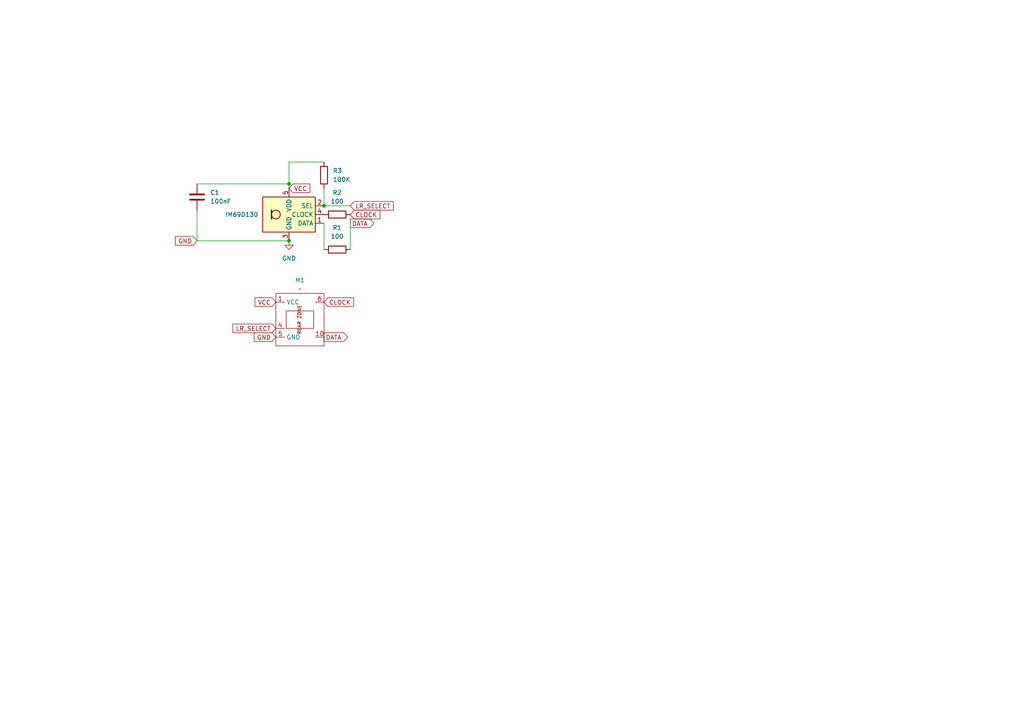
<source format=kicad_sch>
(kicad_sch (version 20250114) (generator "eeschema") (generator_version "9.0")
  (paper "A4")
  (lib_symbols
    (symbol "Device:C" (pin_numbers (hide yes)) (pin_names (offset 0.254))
      (property "Reference" "C" (at 0.635 2.54 0))
      (property "Value" "C" (at 0.635 -2.54 0))
      (symbol "C_0_1"
        (polyline (pts (xy -2.032 0.762) (xy 2.032 0.762)) (stroke (width 0.508)))
        (polyline (pts (xy -2.032 -0.762) (xy 2.032 -0.762)) (stroke (width 0.508)))
      )
      (symbol "C_1_1"
        (pin passive line (at 0 3.81 270) (length 2.794) (name "~") (number "1"))
        (pin passive line (at 0 -3.81 90) (length 2.794) (name "~") (number "2"))
      )
    )
    (symbol "Device:R" (pin_numbers (hide yes)) (pin_names (offset 0))
      (property "Reference" "R" (at 2.032 0 90))
      (property "Value" "R" (at 0 0 90))
      (symbol "R_0_1"
        (rectangle (start -1.016 -2.54) (end 1.016 2.54) (stroke (width 0.254)))
      )
      (symbol "R_1_1"
        (pin passive line (at 0 3.81 270) (length 1.27) (name "~") (number "1"))
        (pin passive line (at 0 -3.81 90) (length 1.27) (name "~") (number "2"))
      )
    )
    (symbol "MegaCastle:MegaCastle2x5-Module-I6.4x7.9-M9C4"
      (property "Reference" "M" (at 0 -10.16 0))
      (symbol "MegaCastle2x5-Module-I6.4x7.9-M9C4_0_1"
        (rectangle (start -6.35 7.62) (end 7.62 -7.62))
        (rectangle (start -3.35 2.54) (end 4.62 -2.54))
      )
      (symbol "MegaCastle2x5-Module-I6.4x7.9-M9C4_1_1"
        (text "REAR ZONE" (at 0.5 0 900) (effects (font (size 1 1))))
        (pin bidirectional line (at -6.35 5.08 0) (length 2.54) (name "VCC") (number "1"))
        (pin bidirectional line (at -6.35 -2.54 0) (length 2.54) (name "") (number "4"))
        (pin bidirectional line (at -6.35 -5.08 0) (length 2.54) (name "GND") (number "5"))
        (pin bidirectional line (at 7.62 5.08 180) (length 2.54) (name "") (number "6"))
        (pin bidirectional line (at 7.62 -5.08 180) (length 2.54) (name "") (number "10"))
      )
    )
    (symbol "Sensor_Audio:SPH0641LU4H-1"
      (property "Reference" "MK" (at 5.08 6.35 0))
      (property "Value" "SPH0641LU4H-1" (at 8.89 -6.35 0))
      (symbol "SPH0641LU4H-1_1_1"
        (rectangle (start -7.62 5.08) (end 7.62 -5.08) (stroke (width 0.254)) (fill (type background)))
        (polyline (pts (xy -5.08 1.27) (xy -5.08 -1.27)) (stroke (width 0.381)))
        (circle (center -3.81 0) (radius 1.27) (stroke (width 0.254)))
        (pin power_in line (at 0 7.62 270) (length 2.54) (name "VDD") (number "5"))
        (pin power_in line (at 0 -7.62 90) (length 2.54) (name "GND") (number "3"))
        (pin input line (at 10.16 2.54 180) (length 2.54) (name "SEL") (number "2"))
        (pin input line (at 10.16 0 180) (length 2.54) (name "CLOCK") (number "4"))
        (pin output line (at 10.16 -2.54 180) (length 2.54) (name "DATA") (number "1"))
      )
    )
    (symbol "power:GND" (power) (pin_numbers (hide yes)) (pin_names (offset 0) (hide yes))
      (property "Value" "GND" (at 0 -3.81 0))
      (symbol "GND_0_1"
        (polyline (pts (xy 0 0) (xy 0 -1.27) (xy 1.27 -1.27) (xy 0 -2.54) (xy -1.27 -1.27) (xy 0 -1.27)))
      )
      (symbol "GND_1_1"
        (pin power_in line (at 0 0 270) (length 0) (name "~") (number "1"))
      )
    )
  )
  (junction (at 83.82 69.85))
  (junction (at 93.98 59.69))
  (junction (at 83.82 53.34))
  (wire (pts (xy 93.98 46.99) (xy 83.82 46.99)))
  (wire (pts (xy 57.15 60.96) (xy 57.15 69.85)))
  (wire (pts (xy 93.98 72.39) (xy 93.98 64.77)))
  (wire (pts (xy 57.15 69.85) (xy 83.82 69.85)))
  (wire (pts (xy 83.82 53.34) (xy 83.82 54.61)))
  (wire (pts (xy 101.6 72.39) (xy 101.6 64.77)))
  (wire (pts (xy 57.15 53.34) (xy 83.82 53.34)))
  (wire (pts (xy 93.98 59.69) (xy 101.6 59.69)))
  (wire (pts (xy 93.98 54.61) (xy 93.98 59.69)))
  (wire (pts (xy 83.82 46.99) (xy 83.82 53.34)))
  (global_label "LR_SELECT" (shape input) (at 101.6 59.69 0) (property "Intersheetrefs" "${INTERSHEET_REFS}" (effects (hide yes))))
  (global_label "GND" (shape input) (at 57.15 69.85 180) (property "Intersheetrefs" "${INTERSHEET_REFS}" (effects (hide yes))))
  (global_label "CLOCK" (shape input) (at 101.6 62.23 0) (property "Intersheetrefs" "${INTERSHEET_REFS}" (effects (hide yes))))
  (global_label "DATA" (shape output) (at 93.98 97.79 0) (property "Intersheetrefs" "${INTERSHEET_REFS}" (effects (hide yes))))
  (global_label "VCC" (shape input) (at 83.82 54.61 0) (property "Intersheetrefs" "${INTERSHEET_REFS}" (effects (hide yes))))
  (global_label "CLOCK" (shape input) (at 93.98 87.63 0) (property "Intersheetrefs" "${INTERSHEET_REFS}" (effects (hide yes))))
  (global_label "GND" (shape input) (at 80.01 97.79 180) (property "Intersheetrefs" "${INTERSHEET_REFS}" (effects (hide yes))))
  (global_label "LR_SELECT" (shape input) (at 80.01 95.25 180) (property "Intersheetrefs" "${INTERSHEET_REFS}" (effects (hide yes))))
  (global_label "VCC" (shape input) (at 80.01 87.63 180) (property "Intersheetrefs" "${INTERSHEET_REFS}" (effects (hide yes))))
  (global_label "DATA" (shape output) (at 101.6 64.77 0) (property "Intersheetrefs" "${INTERSHEET_REFS}" (effects (hide yes))))
  (symbol (lib_id "MegaCastle:MegaCastle2x5-Module-I6.4x7.9-M9C4") (at 86.36 92.71 0) (unit 1)
    (property "Reference" "M1" (at 86.995 81.28 0))
    (property "Value" "~" (at 86.995 83.82 0))
    (property "Footprint" "MegaCastle:MegaCastle2x5-Module-I10.0x7.9-M9C4-SPAREPAD" (effects (hide yes)))
    (property "Description" "Generated using footprint-gen .. 6.4 6 5 M9C4" (effects (hide yes)))
  )
  (symbol (lib_id "Device:C") (at 57.15 57.15 0) (unit 1)
    (property "Reference" "C1" (at 60.96 55.8799 0) (effects (justify left)))
    (property "Value" "100nF" (at 60.96 58.4199 0) (effects (justify left)))
    (property "Footprint" "Capacitor_SMD:C_1206_3216Metric" (effects (hide yes)))
    (property "Description" "Unpolarized capacitor" (effects (hide yes)))
    (property "Mouser" "https://eu.mouser.com/ProductDetail/KYOCERA-AVX/12066D104KAT4A?qs=np9tehfYv7O1LpY%2FkoBbBg%3D%3D" (effects (hide yes)))
    (property "Mouser PN" " 581-12066D104KAT4A" (effects (hide yes)))
    (property "Mfr. PN" " 12066D104KAT4A" (effects (hide yes)))
  )
  (symbol (lib_id "Device:R") (at 97.79 62.23 90) (unit 1)
    (property "Reference" "R2" (at 97.79 55.88 90))
    (property "Value" "100" (at 97.79 58.42 90))
    (property "Footprint" "Resistor_SMD:R_0603_1608Metric" (effects (hide yes)))
    (property "Description" "Resistor" (effects (hide yes)))
    (property "Mouser" "https://eu.mouser.com/ProductDetail/YAGEO/AC0603JR-07100RL?qs=ygRr%2FtkhtetP1ztKDq36TA%3D%3D" (effects (hide yes)))
    (property "Mouser PN" "603-AC0603JR-07100RL" (effects (hide yes)))
    (property "Mfr. PN" "AC0603JR-07100RL" (effects (hide yes)))
  )
  (symbol (lib_id "Sensor_Audio:SPH0641LU4H-1") (at 83.82 62.23 0) (unit 1)
    (property "Reference" "MK1" (effects (hide yes)))
    (property "Value" "IM69D130" (at 74.93 62.2299 0) (effects (justify right)))
    (property "Footprint" "Sensor_Audio:Knowles_LGA-5_3.5x2.65mm" (effects (hide yes)))
    (property "Datasheet" "https://www.knowles.com/docs/default-source/model-downloads/sph0641lu4h-1-revb.pdf" (effects (hide yes)))
    (property "Description" "Digital MEMS Microphone, LGA-5" (effects (hide yes)))
    (property "Mouser" "https://eu.mouser.com/ProductDetail/Infineon-Technologies/IM69D130V01XTSA1?qs=W0yvOO0ixfHjr98Yrg6FIA%3D%3D" (effects (hide yes)))
    (property "Mouser PN" "726-IM69D130V01XTSA1" (effects (hide yes)))
    (property "Mfr. PN" "IM69D130V01XTSA1" (effects (hide yes)))
  )
  (symbol (lib_id "Device:R") (at 93.98 50.8 180) (unit 1)
    (property "Reference" "R3" (at 96.52 49.5299 0) (effects (justify right)))
    (property "Value" "100K" (at 96.52 52.0699 0) (effects (justify right)))
    (property "Footprint" "Resistor_SMD:R_0603_1608Metric" (effects (hide yes)))
    (property "Description" "Resistor" (effects (hide yes)))
    (property "Mouser" "https://eu.mouser.com/ProductDetail/YAGEO/AC0603JR-07100KL?qs=cGU37fGUGy%252BuVeV1ZRovkw%3D%3D" (effects (hide yes)))
    (property "Mouser PN" "603-AC0603JR-07100KL" (effects (hide yes)))
    (property "Mfr. PN" "AC0603JR-07100KL" (effects (hide yes)))
  )
  (symbol (lib_id "Device:R") (at 97.79 72.39 270) (unit 1)
    (property "Reference" "R1" (at 97.79 66.04 90))
    (property "Value" "100" (at 97.79 68.58 90))
    (property "Footprint" "Resistor_SMD:R_0603_1608Metric" (effects (hide yes)))
    (property "Description" "Resistor" (effects (hide yes)))
    (property "Mfr. PN" "AC0603JR-07100RL" (effects (hide yes)))
    (property "Mouser" "https://eu.mouser.com/ProductDetail/YAGEO/AC0603JR-07100RL?qs=ygRr%2FtkhtetP1ztKDq36TA%3D%3D" (effects (hide yes)))
    (property "Mouser PN" "603-AC0603JR-07100RL" (effects (hide yes)))
  )
  (symbol (lib_id "power:GND") (at 83.82 69.85 0) (unit 1)
    (property "Reference" "#PWR01" (effects (hide yes)))
    (property "Value" "GND" (at 83.82 74.93 0))
    (property "Description" "Power symbol creates a global label with name \"GND\" , ground" (effects (hide yes)))
  )
)
</source>
